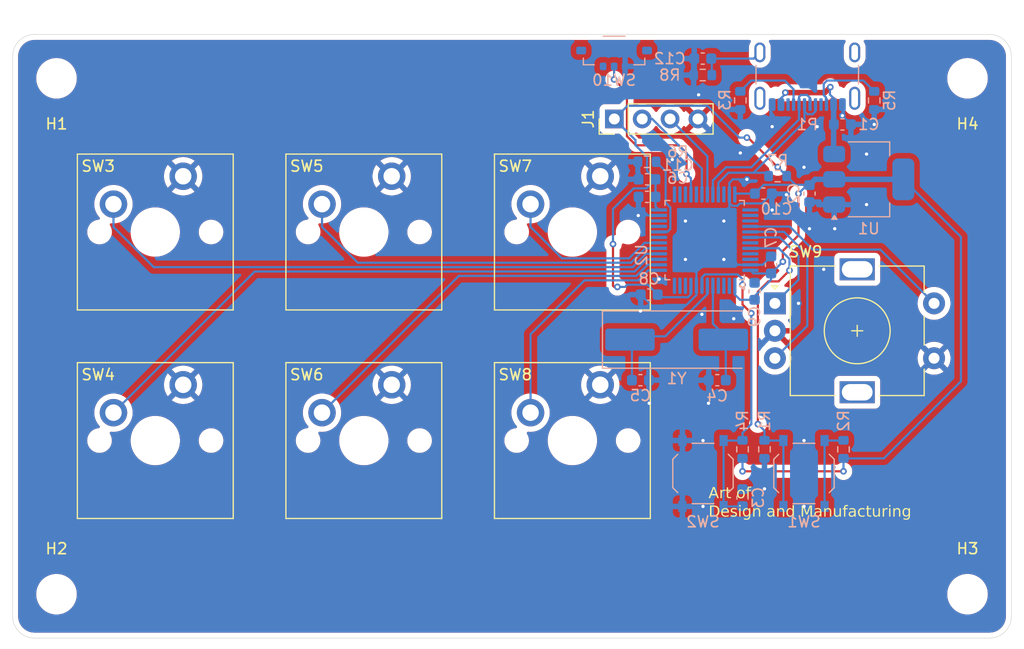
<source format=kicad_pcb>
(kicad_pcb (version 20241229) (generator "pcbnew") (generator_version "9.0")
  (layers (0 "F.Cu" signal) (2 "B.Cu" signal) (13 "F.Paste" user) (15 "B.Paste" user) (5 "F.SilkS" user "F.Silkscreen") (7 "B.SilkS" user "B.Silkscreen") (1 "F.Mask" user) (3 "B.Mask" user) (25 "Edge.Cuts" user))
  (net 0 "")
  (net 1 "+5V")
  (net 2 "GND")
  (net 3 "/D+")
  (net 4 "/D-")
  (net 5 "Net-(P1-SHIELD)")
  (net 6 "Net-(P1-CC2)")
  (net 7 "Net-(P1-CC1)")
  (net 8 "/NRST")
  (net 9 "Net-(U2-PD0)")
  (net 10 "Net-(U2-PD1)")
  (net 11 "+3.3V")
  (net 12 "/USART1_TX")
  (net 13 "/USART1_RX")
  (net 14 "Net-(R2-Pad1)")
  (net 15 "Net-(U2-PB2)")
  (net 16 "/BOOT0")
  (net 31 "/PB1")
  (net 32 "/PA4")
  (net 34 "/PB0")
  (net 39 "/PA5")
  (net 40 "/PA6")
  (net 42 "/PA7")
  (net 45 "/PA3")
  (net 46 "/PB5")
  (net 47 "/PB4")
  (net 48 "/PB6")
  (net 49 "/PB15")
  (footprint "MountingHole:MountingHole_3.2mm_M3" (layer "F.Cu") (at 74 115)
    (property "Reference" "H2")
    (property "Value" "MountingHole")
  )
  (footprint "PCM_Switch_Keyboard_Cherry_MX:SW_Cherry_MX_PCB_1.00u" (layer "F.Cu") (at 102 82)
    (property "Reference" "SW5")
    (property "Value" "SW_Push")
  )
  (footprint "Connector_PinHeader_2.54mm:PinHeader_1x04_P2.54mm_Vertical" (layer "F.Cu") (at 124.82 71.7 90)
    (property "Reference" "J1")
    (property "Value" "Serial")
  )
  (footprint "PCM_Switch_Keyboard_Cherry_MX:SW_Cherry_MX_PCB_1.00u" (layer "F.Cu") (at 121 101)
    (property "Reference" "SW8")
    (property "Value" "SW_Push")
  )
  (footprint "PCM_Switch_Keyboard_Cherry_MX:SW_Cherry_MX_PCB_1.00u" (layer "F.Cu") (at 83 101)
    (property "Reference" "SW4")
    (property "Value" "SW_Push")
  )
  (footprint "PCM_Switch_Keyboard_Cherry_MX:SW_Cherry_MX_PCB_1.00u" (layer "F.Cu") (at 83 82)
    (property "Reference" "SW3")
    (property "Value" "SW_Push")
  )
  (footprint "MountingHole:MountingHole_3.2mm_M3" (layer "F.Cu") (at 157 68 180)
    (property "Reference" "H4")
    (property "Value" "MountingHole")
  )
  (footprint "PCM_Switch_Keyboard_Cherry_MX:SW_Cherry_MX_PCB_1.00u" (layer "F.Cu") (at 121 82)
    (property "Reference" "SW7")
    (property "Value" "SW_Push")
  )
  (footprint "PCM_Switch_Keyboard_Cherry_MX:SW_Cherry_MX_PCB_1.00u" (layer "F.Cu") (at 102 101)
    (property "Reference" "SW6")
    (property "Value" "SW_Push")
  )
  (footprint "MountingHole:MountingHole_3.2mm_M3" (layer "F.Cu") (at 157 115)
    (property "Reference" "H3")
    (property "Value" "MountingHole")
  )
  (footprint "MountingHole:MountingHole_3.2mm_M3" (layer "F.Cu") (at 74 68 180)
    (property "Reference" "H1")
    (property "Value" "MountingHole")
  )
  (footprint "Rotary_Encoder:RotaryEncoder_Alps_EC11E-Switch_Vertical_H20mm" (layer "F.Cu") (at 139.45 88.5)
    (property "Reference" "SW9")
    (property "Value" "RotaryEncoder")
  )
  (footprint "Resistor_SMD:R_0603_1608Metric" (layer "B.Cu") (at 136.5 101.8 -90)
    (property "Reference" "R4")
    (property "Value" "10k")
  )
  (footprint "Button_Switch_SMD:SW_Push_1P1T_XKB_TS-1187A" (layer "B.Cu") (at 142.1 104 -90)
    (property "Reference" "SW1")
    (property "Value" "BOOT")
  )
  (footprint "Capacitor_SMD:C_0603_1608Metric" (layer "B.Cu") (at 137.6 87.4 90)
    (property "Reference" "C9")
    (property "Value" "0.1uF")
  )
  (footprint "Crystal:Crystal_SMD_HC49-SD" (layer "B.Cu") (at 130.5 91.8)
    (property "Reference" "Y1")
    (property "Value" "X49SM8MSD2SC")
  )
  (footprint "Capacitor_SMD:C_0603_1608Metric" (layer "B.Cu") (at 128 87.7 180)
    (property "Reference" "C8")
    (property "Value" "0.1uF")
  )
  (footprint "Resistor_SMD:R_0603_1608Metric" (layer "B.Cu") (at 148.5 70.01 -90)
    (property "Reference" "R5")
    (property "Value" "5.1k")
  )
  (footprint "Resistor_SMD:R_0603_1608Metric" (layer "B.Cu") (at 136.3 70.01 90)
    (property "Reference" "R3")
    (property "Value" "5.1k")
  )
  (footprint "Package_TO_SOT_SMD:SOT-223-3_TabPin2" (layer "B.Cu") (at 148 77.2)
    (property "Reference" "U1")
    (property "Value" "AMS1117-3.3")
  )
  (footprint "Capacitor_SMD:C_0603_1608Metric" (layer "B.Cu") (at 132.875 66.2 180)
    (property "Reference" "C12")
    (property "Value" "4.7uF")
  )
  (footprint "Capacitor_SMD:C_0603_1608Metric" (layer "B.Cu") (at 145.6 72.2)
    (property "Reference" "C1")
    (property "Value" "0.1uF")
  )
  (footprint "Capacitor_SMD:C_0603_1608Metric" (layer "B.Cu") (at 139.1 85 90)
    (property "Reference" "C7")
    (property "Value" "0.1uF")
  )
  (footprint "Resistor_SMD:R_0603_1608Metric" (layer "B.Cu") (at 127.8 75.6)
    (property "Reference" "R6")
    (property "Value" "10k")
  )
  (footprint "Resistor_SMD:R_0603_1608Metric" (layer "B.Cu") (at 145.7 101.8 -90)
    (property "Reference" "R2")
    (property "Value" "10k")
  )
  (footprint "Capacitor_SMD:C_0603_1608Metric" (layer "B.Cu") (at 134.2 95.5)
    (property "Reference" "C4")
    (property "Value" "30pF")
  )
  (footprint "Package_QFP:LQFP-48_7x7mm_P0.5mm" (layer "B.Cu") (at 133.05 82.7375 90)
    (property "Reference" "U2")
    (property "Value" "STM32F103C8Tx")
  )
  (footprint "Capacitor_SMD:C_0603_1608Metric" (layer "B.Cu") (at 127.8 78.8 180)
    (property "Reference" "C6")
    (property "Value" "0.1uF")
  )
  (footprint "Connector_USB:USB_C_Receptacle_GCT_USB4105-xx-A_16P_TopMnt_Horizontal" (layer "B.Cu") (at 142.4 66.71)
    (property "Reference" "P1")
    (property "Value" "USB_C_Plug_USB2.0")
  )
  (footprint "Resistor_SMD:R_0603_1608Metric" (layer "B.Cu") (at 139.7 76.9)
    (property "Reference" "R7")
    (property "Value" "1.5k")
  )
  (footprint "Capacitor_SMD:C_0603_1608Metric" (layer "B.Cu") (at 142.6 78.5 -90)
    (property "Reference" "C2")
    (property "Value" "0.1uF")
  )
  (footprint "Capacitor_SMD:C_0603_1608Metric" (layer "B.Cu") (at 136.5 106.2 90)
    (property "Reference" "C3")
    (property "Value" "0.1uF")
  )
  (footprint "Resistor_SMD:R_0603_1608Metric" (layer "B.Cu") (at 132.875 67.7 180)
    (property "Reference" "R8")
    (property "Value" "1M")
  )
  (footprint "Resistor_SMD:R_0603_1608Metric" (layer "B.Cu") (at 138.5 101.8 90)
    (property "Reference" "R1")
    (property "Value" "20k")
  )
  (footprint "Capacitor_SMD:C_0603_1608Metric" (layer "B.Cu") (at 127.2 95.5 180)
    (property "Reference" "C5")
    (property "Value" "30pF")
  )
  (footprint "Button_Switch_SMD:SW_Push_1P1T_XKB_TS-1187A" (layer "B.Cu") (at 132.9 104 90)
    (property "Reference" "SW2")
    (property "Value" "BOOT")
  )
  (footprint "Capacitor_SMD:C_0603_1608Metric" (layer "B.Cu") (at 127.8 77.2 180)
    (property "Reference" "C11")
    (property "Value" "4.7uF")
  )
  (footprint "Haru13579:SW_Push_1P1T-MP_NO_Horizontal_Alps_SSAJ120100" (layer "B.Cu") (at 124.8 65.4625)
    (property "Reference" "SW10")
    (property "Value" "SW_SPDT")
  )
  (footprint "Capacitor_SMD:C_0603_1608Metric" (layer "B.Cu") (at 138.4 78.5)
    (property "Reference" "C10")
    (property "Value" "0.1uF")
  )
  (gr_line (start 70 117) (end 70 66) (stroke (width 0.05)) (layer "Edge.Cuts"))
  (gr_arc (start 70 66) (mid 70.585786 64.585786) (end 72 64) (stroke (width 0.05)) (layer "Edge.Cuts"))
  (gr_arc (start 159 64) (mid 160.414214 64.585786) (end 161 66) (stroke (width 0.05)) (layer "Edge.Cuts"))
  (gr_line (start 72 64) (end 159 64) (stroke (width 0.05)) (layer "Edge.Cuts"))
  (gr_arc (start 161 117) (mid 160.414214 118.414214) (end 159 119) (stroke (width 0.05)) (layer "Edge.Cuts"))
  (gr_arc (start 72 119) (mid 70.585786 118.414214) (end 70 117) (stroke (width 0.05)) (layer "Edge.Cuts"))
  (gr_line (start 159 119) (end 72 119) (stroke (width 0.05)) (layer "Edge.Cuts"))
  (gr_line (start 161 66) (end 161 117) (stroke (width 0.05)) (layer "Edge.Cuts"))
  (gr_text "Art of\nDesign and Manufacturing" (at 133.4 108.1 0) (layer "F.SilkS") (effects (font (size 1 1) (thickness 0.1)) (justify left bottom)))
  (segment (start 144 69.3) (end 140.4 69.3) (width 0.5) (layer "F.Cu") (net 1))
  (segment (start 144.5 68.8) (end 144 69.3) (width 0.5) (layer "F.Cu") (net 1))
  (via (at 140.4 69.3) (size 0.6) (drill 0.3) (layers "F.Cu" "B.Cu") (net 1))
  (via (at 144.5 68.8) (size 0.6) (drill 0.3) (layers "F.Cu" "B.Cu") (net 1))
  (segment (start 144.464 69.479001) (end 144.8 69.815001) (width 0.2) (layer "B.Cu") (net 1))
  (segment (start 140 69.815001) (end 140.4 69.415001) (width 0.2) (layer "B.Cu") (net 1))
  (segment (start 140 70.39) (end 140 69.815001) (width 0.2) (layer "B.Cu") (net 1))
  (segment (start 144.5 68.8) (end 144.464 68.836) (width 0.5) (layer "B.Cu") (net 1))
  (segment (start 144.8 69.815001) (end 144.8 70.39) (width 0.2) (layer "B.Cu") (net 1))
  (segment (start 140.4 69.415001) (end 140.4 69.3) (width 0.2) (layer "B.Cu") (net 1))
  (segment (start 144.464 68.836) (end 144.464 69.479001) (width 0.2) (layer "B.Cu") (net 1))
  (segment (start 144.8 70.39) (end 144.8 74.85) (width 0.5) (layer "B.Cu") (net 1))
  (segment (start 144.8 74.85) (end 144.85 74.9) (width 0.2) (layer "B.Cu") (net 1))
  (segment (start 139.45 91) (end 141.8 91) (width 0.5) (layer "F.Cu") (net 2))
  (via (at 134.8 81) (size 0.6) (drill 0.3) (layers "F.Cu" "B.Cu") (net 2))
  (via (at 139.2 72.4) (size 0.6) (drill 0.3) (layers "F.Cu" "B.Cu") (net 2))
  (via (at 132.8 89.5) (size 0.6) (drill 0.3) (layers "F.Cu" "B.Cu") (net 2))
  (via (at 142.1 107) (size 0.6) (drill 0.3) (layers "F.Cu" "B.Cu") (net 2))
  (via (at 140.5 78.6) (size 0.6) (drill 0.3) (layers "F.Cu" "B.Cu") (net 2))
  (via (at 138.5 105.4) (size 0.6) (drill 0.3) (layers "F.Cu" "B.Cu") (net 2))
  (via (at 142.1 76.1) (size 0.6) (drill 0.3) (layers "F.Cu" "B.Cu") (net 2))
  (via (at 144.9 81.7) (size 0.6) (drill 0.3) (layers "F.Cu" "B.Cu") (net 2))
  (via (at 135.7 89.9) (size 0.6) (drill 0.3) (layers "F.Cu" "B.Cu") (net 2))
  (via (at 132.5 69.5) (size 0.6) (drill 0.3) (layers "F.Cu" "B.Cu") (net 2))
  (via (at 128 97.6) (size 0.6) (drill 0.3) (layers "F.Cu" "B.Cu") (net 2))
  (via (at 145.6 71.4) (size 0.6) (drill 0.3) (layers "F.Cu" "B.Cu") (net 2))
  (via (at 132.9 101) (size 0.6) (drill 0.3) (layers "F.Cu" "B.Cu") (net 2))
  (via (at 127.2 89.2) (size 0.6) (drill 0.3) (layers "F.Cu" "B.Cu") (net 2))
  (via (at 142.1 101) (size 0.6) (drill 0.3) (layers "F.Cu" "B.Cu") (net 2))
  (via (at 136.9 77.2) (size 0.6) (drill 0.3) (layers "F.Cu" "B.Cu") (net 2))
  (via (at 127 80.5) (size 0.6) (drill 0.3) (layers "F.Cu" "B.Cu") (net 2))
  (via (at 132.9 107) (size 0.6) (drill 0.3) (layers "F.Cu" "B.Cu") (net 2))
  (via (at 130.1 75.4) (size 0.6) (drill 0.3) (layers "F.Cu" "B.Cu") (net 2))
  (via (at 147.8 79.5) (size 0.6) (drill 0.3) (layers "F.Cu" "B.Cu") (net 2))
  (via (at 136.3 74.8) (size 0.6) (drill 0.3) (layers "F.Cu" "B.Cu") (net 2))
  (via (at 131.3 84.5) (size 0.6) (drill 0.3) (layers "F.Cu" "B.Cu") (net 2))
  (via (at 143.3 72.4) (size 0.6) (drill 0.3) (layers "F.Cu" "B.Cu") (net 2))
  (via (at 147.8 74.9) (size 0.6) (drill 0.3) (layers "F.Cu" "B.Cu") (net 2))
  (via (at 133.4 97.6) (size 0.6) (drill 0.3) (layers "F.Cu" "B.Cu") (net 2))
  (via (at 134.8 84.5) (size 0.6) (drill 0.3) (layers "F.Cu" "B.Cu") (net 2))
  (via (at 139.2 80) (size 0.6) (drill 0.3) (layers "F.Cu" "B.Cu") (net 2))
  (via (at 128.9 86.3) (size 0.6) (drill 0.3) (layers "F.Cu" "B.Cu") (net 2))
  (via (at 141.6 88.5) (size 0.6) (drill 0.3) (layers "F.Cu" "B.Cu") (net 2))
  (via (at 143.9 85.4) (size 0.6) (drill 0.3) (layers "F.Cu" "B.Cu") (net 2))
  (via (at 131.3 81) (size 0.6) (drill 0.3) (layers "F.Cu" "B.Cu") (net 2))
  (via (at 142.6 81.7) (size 0.6) (drill 0.3) (layers "F.Cu" "B.Cu") (net 2))
  (via (at 148.5 72.2) (size 0.6) (drill 0.3) (layers "F.Cu" "B.Cu") (net 2))
  (segment (start 146.375 72.2) (end 146.375 72.175) (width 0.2) (layer "B.Cu") (net 2))
  (segment (start 136.032824 79.6135) (end 136.251 79.395324) (width 0.2) (layer "B.Cu") (net 2))
  (segment (start 135.3 78.575) (end 135.3 79.9) (width 0.2) (layer "B.Cu") (net 2))
  (segment (start 137.2125 84.9875) (end 135.7125 84.9875) (width 0.2) (layer "B.Cu") (net 2))
  (segment (start 138.3375 84.9875) (end 139.1 84.225) (width 0.2) (layer "B.Cu") (net 2))
  (segment (start 132.3 86.9) (end 132.3 87.738424) (width 0.2) (layer "B.Cu") (net 2))
  (segment (start 127.8875 80.4875) (end 128.8875 80.4875) (width 0.2) (layer "B.Cu") (net 2))
  (segment (start 137.2125 84.9875) (end 138.3375 84.9875) (width 0.2) (layer "B.Cu") (net 2))
  (segment (start 135.3 77.520177) (end 135.3 78.575) (width 0.2) (layer "B.Cu") (net 2))
  (segment (start 127.025 78.8) (end 127.025 79.625) (width 0.2) (layer "B.Cu") (net 2))
  (segment (start 136.9 77.2) (end 135.620177 77.2) (width 0.2) (layer "B.Cu") (net 2))
  (segment (start 146.375 72.175) (end 145.6 71.4) (width 0.2) (layer "B.Cu") (net 2))
  (segment (start 135.3 79.346324) (end 135.567176 79.6135) (width 0.2) (layer "B.Cu") (net 2))
  (segment (start 138.279676 79.395324) (end 139.175 78.5) (width 0.2) (layer "B.Cu") (net 2))
  (segment (start 136.251 79.395324) (end 138.279676 79.395324) (width 0.2) (layer "B.Cu") (net 2))
  (segment (start 132.3 86.9) (end 132.3 85.3) (width 0.2) (layer "B.Cu") (net 2))
  (segment (start 135.567176 79.6135) (end 136.032824 79.6135) (width 0.2) (layer "B.Cu") (net 2))
  (segment (start 135.620177 77.2) (end 135.3 77.520177) (width 0.2) (layer "B.Cu") (net 2))
  (segment (start 132.3 87.738424) (end 131.338424 88.7) (width 0.2) (layer "B.Cu") (net 2))
  (segment (start 131.025 107) (end 131.025 101) (width 0.2) (layer "B.Cu") (net 2))
  (segment (start 131.338424 88.7) (end 128.225 88.7) (width 0.2) (layer "B.Cu") (net 2))
  (segment (start 145.6 70.39) (end 145.6 71.4) (width 0.2) (layer "B.Cu") (net 2))
  (segment (start 128.225 88.7) (end 127.225 87.7) (width 0.2) (layer "B.Cu") (net 2))
  (segment (start 135.3 78.575) (end 135.3 79.346324) (width 0.2) (layer "B.Cu") (net 2))
  (segment (start 144.95 79.5) (end 144.85 79.5) (width 0.2) (layer "B.Cu") (net 2))
  (segment (start 127.025 79.625) (end 127.8875 80.4875) (width 0.2) (layer "B.Cu") (net 2))
  (segment (start 142.417176 71.266) (end 142.15 70.998824) (width 0.2) (layer "B.Cu") (net 3))
  (segment (start 138.575 76.6) (end 137.5 76.6) (width 0.2) (layer "B.Cu") (net 3))
  (segment (start 142.15 71.95) (end 137.5 76.6) (width 0.2) (layer "B.Cu") (net 3))
  (segment (start 135.211117 76.6) (end 134.3 77.511117) (width 0.2) (layer "B.Cu") (net 3))
  (segment (start 142.882824 71.266) (end 142.417176 71.266) (width 0.2) (layer "B.Cu") (net 3))
  (segment (start 142.15 70.998824) (end 142.15 70.39) (width 0.2) (layer "B.Cu") (net 3))
  (segment (start 143.15 70.998824) (end 142.882824 71.266) (width 0.2) (layer "B.Cu") (net 3))
  (segment (start 134.3 77.511117) (end 134.3 78.575) (width 0.2) (layer "B.Cu") (net 3))
  (segment (start 137.5 76.6) (end 135.211117 76.6) (width 0.2) (layer "B.Cu") (net 3))
  (segment (start 143.15 70.39) (end 143.15 70.998824) (width 0.2) (layer "B.Cu") (net 3))
  (segment (start 138.875 76.9) (end 138.575 76.6) (width 0.2) (layer "B.Cu") (net 3))
  (segment (start 142.15 70.39) (end 142.15 71.95) (width 0.2) (layer "B.Cu") (net 3))
  (segment (start 141.819176 69.514) (end 141.65 69.683176) (width 0.2) (layer "B.Cu") (net 4))
  (segment (start 142.65 69.781176) (end 142.382824 69.514) (width 0.2) (layer "B.Cu") (net 4))
  (segment (start 141.65 69.683176) (end 141.65 70.39) (width 0.2) (layer "B.Cu") (net 4))
  (segment (start 142.382824 69.514) (end 141.819176 69.514) (width 0.2) (layer "B.Cu") (net 4))
  (segment (start 141.65 71.75) (end 137.3 76.1) (width 0.2) (layer "B.Cu") (net 4))
  (segment (start 133.8 77.3) (end 133.8 78.575) (width 0.2) (layer "B.Cu") (net 4))
  (segment (start 142.65 70.39) (end 142.65 69.781176) (width 0.2) (layer "B.Cu") (net 4))
  (segment (start 135 76.1) (end 133.8 77.3) (width 0.2) (layer "B.Cu") (net 4))
  (segment (start 137.3 76.1) (end 135 76.1) (width 0.2) (layer "B.Cu") (net 4))
  (segment (start 141.65 70.39) (end 141.65 71.75) (width 0.2) (layer "B.Cu") (net 4))
  (segment (start 133.7 66.25) (end 133.65 66.2) (width 0.2) (layer "B.Cu") (net 5))
  (segment (start 137.515 66.2) (end 133.65 66.2) (width 0.2) (layer "B.Cu") (net 5))
  (segment (start 133.7 67.7) (end 133.7 66.25) (width 0.2) (layer "B.Cu") (net 5))
  (segment (start 138.08 65.635) (end 137.515 66.2) (width 0.2) (layer "B.Cu") (net 5))
  (segment (start 144.15 70.39) (end 144.101 70.341) (width 0.2) (layer "B.Cu") (net 6))
  (segment (start 144.101 70.341) (end 144.101 69.732176) (width 0.2) (layer "B.Cu") (net 6))
  (segment (start 143.9 69.531176) (end 143.9 68.5) (width 0.2) (layer "B.Cu") (net 6))
  (segment (start 143.9 68.5) (end 144.2 68.2) (width 0.2) (layer "B.Cu") (net 6))
  (segment (start 144.2 68.2) (end 147.515 68.2) (width 0.2) (layer "B.Cu") (net 6))
  (segment (start 144.101 69.732176) (end 143.9 69.531176) (width 0.2) (layer "B.Cu") (net 6))
  (segment (start 147.515 68.2) (end 148.5 69.185) (width 0.2) (layer "B.Cu") (net 6))
  (segment (start 141.15 69.002183) (end 141.15 70.39) (width 0.2) (layer "B.Cu") (net 7))
  (segment (start 136.3 69.185) (end 137.285 68.2) (width 0.2) (layer "B.Cu") (net 7))
  (segment (start 140.347817 68.2) (end 141.15 69.002183) (width 0.2) (layer "B.Cu") (net 7))
  (segment (start 137.285 68.2) (end 140.347817 68.2) (width 0.2) (layer "B.Cu") (net 7))
  (segment (start 137.3 89.4) (end 136.5 88.6) (width 0.2) (layer "F.Cu") (net 8))
  (segment (start 136.5 88.6) (end 136.5 86.8) (width 0.2) (layer "F.Cu") (net 8))
  (via (at 136.5 86.8) (size 0.6) (drill 0.3) (layers "F.Cu" "B.Cu") (net 8))
  (via (at 137.3 89.4) (size 0.6) (drill 0.3) (layers "F.Cu" "B.Cu") (net 8))
  (segment (start 135.564338 85.864338) (end 135.5615 85.8615) (width 0.2) (layer "B.Cu") (net 8))
  (segment (start 136.5 100.3) (end 136.5 100.975) (width 0.2) (layer "B.Cu") (net 8))
  (segment (start 134.775 107) (end 136.425 107) (width 0.2) (layer "B.Cu") (net 8))
  (segment (start 136.5 86.8) (end 136.5 86.3) (width 0.2) (layer "B.Cu") (net 8))
  (segment (start 136.425 107) (end 136.5 107.075) (width 0.2) (layer "B.Cu") (net 8))
  (segment (start 135.5615 85.8615) (end 133.067176 85.8615) (width 0.2) (layer "B.Cu") (net 8))
  (segment (start 132.8 86.128676) (end 132.8 86.9) (width 0.2) (layer "B.Cu") (net 8))
  (segment (start 136.5 100.975) (end 136.625 100.975) (width 0.2) (layer "B.Cu") (net 8))
  (segment (start 136.8 100) (end 136.5 100.3) (width 0.2) (layer "B.Cu") (net 8))
  (segment (start 136.0615 85.8615) (end 135.567176 85.8615) (width 0.2) (layer "B.Cu") (net 8))
  (segment (start 137.3 99.5) (end 136.8 100) (width 0.2) (layer "B.Cu") (net 8))
  (segment (start 137.3 89.4) (end 137.3 99.5) (width 0.2) (layer "B.Cu") (net 8))
  (segment (start 133.067176 85.8615) (end 132.8 86.128676) (width 0.2) (layer "B.Cu") (net 8))
  (segment (start 134.775 107) (end 134.775 101) (width 0.2) (layer "B.Cu") (net 8))
  (segment (start 135.567176 85.8615) (end 135.564338 85.864338) (width 0.2) (layer "B.Cu") (net 8))
  (segment (start 136.5 86.3) (end 136.0615 85.8615) (width 0.2) (layer "B.Cu") (net 8))
  (segment (start 134.775 101) (end 136.375 101) (width 0.2) (layer "B.Cu") (net 8))
  (segment (start 134.975 95.5) (end 134.975 91.525) (width 0.2) (layer "B.Cu") (net 9))
  (segment (start 133.8 90.35) (end 133.8 86.9) (width 0.2) (layer "B.Cu") (net 9))
  (segment (start 134.975 91.525) (end 133.8 90.35) (width 0.2) (layer "B.Cu") (net 9))
  (segment (start 126.45 91.5) (end 126.45 91.95) (width 0.2) (layer "B.Cu") (net 10))
  (segment (start 129.471324 91.5) (end 126.45 91.5) (width 0.2) (layer "B.Cu") (net 10))
  (segment (start 126.45 91.95) (end 126.425 91.975) (width 0.2) (layer "B.Cu") (net 10))
  (segment (start 133.3 87.671324) (end 129.471324 91.5) (width 0.2) (layer "B.Cu") (net 10))
  (segment (start 126.425 91.975) (end 126.425 95.5) (width 0.2) (layer "B.Cu") (net 10))
  (segment (start 133.3 86.9) (end 133.3 87.671324) (width 0.2) (layer "B.Cu") (net 10))
  (segment (start 137 73.4) (end 139.680047 76.080047) (width 0.2) (layer "F.Cu") (net 11))
  (segment (start 145.7 103.8) (end 136.5 103.8) (width 0.2) (layer "F.Cu") (net 11))
  (segment (start 139.680047 76.080047) (end 139.705047 76.080047) (width 0.2) (layer "F.Cu") (net 11))
  (segment (start 124.7 83.1) (end 124.7 86.9) (width 0.2) (layer "F.Cu") (net 11))
  (segment (start 124.7 86.9) (end 124.802 87.002) (width 0.2) (layer "F.Cu") (net 11))
  (segment (start 140.175 83.725) (end 141.6 82.3) (width 0.2) (layer "F.Cu") (net 11))
  (segment (start 136.9 73.4) (end 137 73.4) (width 0.2) (layer "F.Cu") (net 11))
  (segment (start 124.802 87.002) (end 125.1 87.002) (width 0.2) (layer "F.Cu") (net 11))
  (segment (start 140.175 84.7) (end 140.175 83.725) (width 0.2) (layer "F.Cu") (net 11))
  (segment (start 141.6 82.3) (end 141.6 78.5) (width 0.2) (layer "F.Cu") (net 11))
  (via (at 140.175 84.7) (size 0.6) (drill 0.3) (layers "F.Cu" "B.Cu") (net 11))
  (via (at 139.705047 76.080047) (size 0.6) (drill 0.3) (layers "F.Cu" "B.Cu") (net 11))
  (via (at 145.7 103.8) (size 0.6) (drill 0.3) (layers "F.Cu" "B.Cu") (net 11))
  (via (at 136.9 73.4) (size 0.6) (drill 0.3) (layers "F.Cu" "B.Cu") (net 11))
  (via (at 124.7 83.1) (size 0.6) (drill 0.3) (layers "F.Cu" "B.Cu") (net 11))
  (via (at 141.6 78.5) (size 0.6) (drill 0.3) (layers "F.Cu" "B.Cu") (net 11))
  (via (at 125.1 87.002) (size 0.6) (drill 0.3) (layers "F.Cu" "B.Cu") (net 11))
  (via (at 136.5 103.8) (size 0.6) (drill 0.3) (layers "F.Cu" "B.Cu") (net 11))
  (segment (start 141.325 77.7) (end 138.425 77.7) (width 0.2) (layer "B.Cu") (net 11))
  (segment (start 127.8 76.425) (end 128.575 77.2) (width 0.2) (layer "B.Cu") (net 11))
  (segment (start 126.75 73.63) (end 126.75 74.1) (width 0.2) (layer "B.Cu") (net 11))
  (segment (start 128.575 77.2) (end 128.575 78.8) (width 0.2) (layer "B.Cu") (net 11))
  (segment (start 141.25 77.625) (end 141.325 77.7) (width 0.2) (layer "B.Cu") (net 11))
  (segment (start 156.4 82.45) (end 151.15 77.2) (width 0.2) (layer "B.Cu") (net 11))
  (segment (start 133.3 70.5) (end 126.02 70.5) (width 0.2) (layer "B.Cu") (net 11))
  (segment (start 131.8 87.671324) (end 131.8 86.9) (width 0.2) (layer "B.Cu") (net 11))
  (segment (start 145.7 102.625) (end 149.375 102.625) (width 0.2) (layer "B.Cu") (net 11))
  (segment (start 124.7 83.1) (end 124.7 79.89989) (width 0.2) (layer "B.Cu") (net 11))
  (segment (start 129.0135 87.9385) (end 131.532824 87.9385) (width 0.2) (layer "B.Cu") (net 11))
  (segment (start 139.1 85.775) (end 137.6 85.775) (width 0.2) (layer "B.Cu") (net 11))
  (segment (start 127.8 75.15) (end 127.8 76.425) (width 0.2) (layer "B.Cu") (net 11))
  (segment (start 138.425 77.7) (end 137.625 78.5) (width 0.2) (layer "B.Cu") (net 11))
  (segment (start 128.575 78.8) (end 128.575 79.675) (width 0.2) (layer "B.Cu") (net 11))
  (segment (start 139.1 86.35011) (end 139.1 85.775) (width 0.2) (layer "B.Cu") (net 11))
  (segment (start 142.575 77.7) (end 142.6 77.725) (width 0.2) (layer "B.Cu") (net 11))
  (segment (start 139.705047 76.080047) (end 141.25 77.625) (width 0.2) (layer "B.Cu") (net 11))
  (segment (start 136.275 88.175) (end 137.6 88.175) (width 0.2) (layer "B.Cu") (net 11))
  (segment (start 135.875 78.5) (end 135.8 78.575) (width 0.2) (layer "B.Cu") (net 11))
  (segment (start 145.7 102.625) (end 145.7 103.8) (width 0.2) (layer "B.Cu") (net 11))
  (segment (start 137.5 85.775) (end 137.2125 85.4875) (width 0.2) (layer "B.Cu") (net 11))
  (segment (start 124.7 79.89989) (end 126.57589 78.024) (width 0.2) (layer "B.Cu") (net 11))
  (segment (start 126.75 74.1) (end 127.8 75.15) (width 0.2) (layer "B.Cu") (net 11))
  (segment (start 125.1 87.002) (end 125.798 87.002) (width 0.2) (layer "B.Cu") (net 11))
  (segment (start 136.9 73.4) (end 136.2 73.4) (width 0.2) (layer "B.Cu") (net 11))
  (segment (start 135.8 87.7) (end 136.275 88.175) (width 0.2) (layer "B.Cu") (net 11))
  (segment (start 142.375 77.725) (end 141.6 78.5) (width 0.2) (layer "B.Cu") (net 11))
  (segment (start 128.775 87.7) (end 129.0135 87.9385) (width 0.2) (layer "B.Cu") (net 11))
  (segment (start 156.4 95.6) (end 156.4 82.45) (width 0.2) (layer "B.Cu") (net 11))
  (segment (start 149.375 102.625) (end 156.4 95.6) (width 0.2) (layer "B.Cu") (net 11))
  (segment (start 126.57589 78.024) (end 127.751 78.024) (width 0.2) (layer "B.Cu") (net 11))
  (segment (start 131.532824 87.9385) (end 131.8 87.671324) (width 0.2) (layer "B.Cu") (net 11))
  (segment (start 125.997 86.803) (end 127.878 86.803) (width 0.2) (layer "B.Cu") (net 11))
  (segment (start 142.6 77.725) (end 142.375 77.725) (width 0.2) (layer "B.Cu") (net 11))
  (segment (start 124.82 71.7) (end 126.75 73.63) (width 0.2) (layer "B.Cu") (net 11))
  (segment (start 143.125 77.2) (end 142.6 77.725) (width 0.5) (layer "B.Cu") (net 11))
  (segment (start 136.2 73.4) (end 133.3 70.5) (width 0.2) (layer "B.Cu") (net 11))
  (segment (start 127.878 86.803) (end 128.775 87.7) (width 0.2) (layer "B.Cu") (net 11))
  (segment (start 141.325 77.7) (end 142.575 77.7) (width 0.2) (layer "B.Cu") (net 11))
  (segment (start 125.798 87.002) (end 125.997 86.803) (width 0.2) (layer "B.Cu") (net 11))
  (segment (start 137.6 87.85011) (end 139.1 86.35011) (width 0.2) (layer "B.Cu") (net 11))
  (segment (start 140.175 84.7) (end 139.1 85.775) (width 0.2) (layer "B.Cu") (net 11))
  (segment (start 137.6 88.175) (end 137.6 87.85011) (width 0.2) (layer "B.Cu") (net 11))
  (segment (start 127.751 78.024) (end 128.575 77.2) (width 0.2) (layer "B.Cu") (net 11))
  (segment (start 135.8 86.9) (end 135.8 87.7) (width 0.2) (layer "B.Cu") (net 11))
  (segment (start 126.02 70.5) (end 124.82 71.7) (width 0.2) (layer "B.Cu") (net 11))
  (segment (start 137.6 85.775) (end 137.5 85.775) (width 0.2) (layer "B.Cu") (net 11))
  (segment (start 128.575 79.675) (end 128.8875 79.9875) (width 0.2) (layer "B.Cu") (net 11))
  (segment (start 136.5 103.8) (end 136.5 102.625) (width 0.2) (layer "B.Cu") (net 11))
  (segment (start 137.625 78.5) (end 135.875 78.5) (width 0.2) (layer "B.Cu") (net 11))
  (segment (start 151.15 77.2) (end 143.125 77.2) (width 0.5) (layer "B.Cu") (net 11))
  (segment (start 128.27224 71.7) (end 132.8 76.22776) (width 0.2) (layer "B.Cu") (net 12))
  (segment (start 127.36 71.7) (end 128.27224 71.7) (width 0.2) (layer "B.Cu") (net 12))
  (segment (start 132.8 76.22776) (end 132.8 78.575) (width 0.2) (layer "B.Cu") (net 12))
  (segment (start 129.9 71.7) (end 133.3 75.1) (width 0.2) (layer "B.Cu") (net 13))
  (segment (start 133.3 75.1) (end 133.3 78.575) (width 0.2) (layer "B.Cu") (net 13))
  (segment (start 145.575 101) (end 145.7 100.875) (width 0.2) (layer "B.Cu") (net 14))
  (segment (start 143.975 101) (end 145.575 101) (width 0.2) (layer "B.Cu") (net 14))
  (segment (start 143.975 101) (end 143.975 107) (width 0.2) (layer "B.Cu") (net 14))
  (segment (start 129.5 76.475) (end 129.5 79.328676) (width 0.2) (layer "B.Cu") (net 15))
  (segment (start 129.926 79.754676) (end 129.926 81.720324) (width 0.2) (layer "B.Cu") (net 15))
  (segment (start 129.5 79.328676) (end 129.926 79.754676) (width 0.2) (layer "B.Cu") (net 15))
  (segment (start 129.926 81.720324) (end 129.658824 81.9875) (width 0.2) (layer "B.Cu") (net 15))
  (segment (start 128.625 75.6) (end 129.5 76.475) (width 0.2) (layer "B.Cu") (net 15))
  (segment (start 129.658824 81.9875) (end 128.8875 81.9875) (width 0.2) (layer "B.Cu") (net 15))
  (segment (start 137.9 99.5) (end 137.9 87.448) (width 0.2) (layer "F.Cu") (net 16))
  (segment (start 137.9 87.448) (end 138.848 86.5) (width 0.2) (layer "F.Cu") (net 16))
  (segment (start 139.776 86.5) (end 140.776 85.5) (width 0.2) (layer "F.Cu") (net 16))
  (segment (start 138.848 86.5) (end 139.776 86.5) (width 0.2) (layer "F.Cu") (net 16))
  (via (at 140.776 85.5) (size 0.6) (drill 0.3) (layers "F.Cu" "B.Cu") (net 16))
  (via (at 137.9 99.5) (size 0.6) (drill 0.3) (layers "F.Cu" "B.Cu") (net 16))
  (segment (start 140.225 101) (end 140.225 107) (width 0.2) (layer "B.Cu") (net 16))
  (segment (start 140.776 85.5) (end 140.776 84.451057) (width 0.2) (layer "B.Cu") (net 16))
  (segment (start 140.776 84.451057) (end 139.798943 83.474) (width 0.2) (layer "B.Cu") (net 16))
  (segment (start 139.798943 83.474) (end 137.226 83.474) (width 0.2) (layer "B.Cu") (net 16))
  (segment (start 137.9 99.5) (end 138.5 100.1) (width 0.2) (layer "B.Cu") (net 16))
  (segment (start 137.2125 83.4875) (end 137.983824 83.4875) (width 0.2) (layer "B.Cu") (net 16))
  (segment (start 140.225 101) (end 138.625 101) (width 0.2) (layer "B.Cu") (net 16))
  (segment (start 138.5 100.1) (end 138.5 100.975) (width 0.2) (layer "B.Cu") (net 16))
  (segment (start 137.226 83.474) (end 137.2125 83.4875) (width 0.2) (layer "B.Cu") (net 16))
  (segment (start 128.8875 84.9875) (end 127.8454 84.9875) (width 0.2) (layer "B.Cu") (net 32))
  (segment (start 127.8454 84.9875) (end 126.8319 86.001) (width 0.2) (layer "B.Cu") (net 32))
  (segment (start 110.649 86.001) (end 98.19 98.46) (width 0.2) (layer "B.Cu") (net 32))
  (segment (start 126.8319 86.001) (end 110.649 86.001) (width 0.2) (layer "B.Cu") (net 32))
  (segment (start 127.577 82.9875) (end 128.8875 82.9875) (width 0.2) (layer "B.Cu") (net 34))
  (segment (start 126.1675 84.397) (end 127.577 82.9875) (width 0.2) (layer "B.Cu") (net 34))
  (segment (start 117.19 81.536174) (end 120.050826 84.397) (width 0.2) (layer "B.Cu") (net 34))
  (segment (start 120.050826 84.397) (end 126.1675 84.397) (width 0.2) (layer "B.Cu") (net 34))
  (segment (start 117.19 79.46) (end 117.19 81.536174) (width 0.2) (layer "B.Cu") (net 34))
  (segment (start 92.05 85.6) (end 79.19 98.46) (width 0.2) (layer "B.Cu") (net 39))
  (segment (start 126.6658 85.6) (end 92.05 85.6) (width 0.2) (layer "B.Cu") (net 39))
  (segment (start 128.8875 84.4875) (end 127.7783 84.4875) (width 0.2) (layer "B.Cu") (net 39))
  (segment (start 127.7783 84.4875) (end 126.6658 85.6) (width 0.2) (layer "B.Cu") (net 39))
  (segment (start 79.19 81.536174) (end 79.19 79.46) (width 0.2) (layer "B.Cu") (net 40))
  (segment (start 127.711202 83.9875) (end 126.499702 85.199) (width 0.2) (layer "B.Cu") (net 40))
  (segment (start 82.852826 85.199) (end 79.19 81.536174) (width 0.2) (layer "B.Cu") (net 40))
  (segment (start 126.499702 85.199) (end 82.852826 85.199) (width 0.2) (layer "B.Cu") (net 40))
  (segment (start 128.8875 83.9875) (end 127.711202 83.9875) (width 0.2) (layer "B.Cu") (net 40))
  (segment (start 98.19 79.46) (end 98.19 81.536174) (width 0.2) (layer "B.Cu") (net 42))
  (segment (start 98.19 81.536174) (end 101.451826 84.798) (width 0.2) (layer "B.Cu") (net 42))
  (segment (start 126.3336 84.798) (end 127.6441 83.4875) (width 0.2) (layer "B.Cu") (net 42))
  (segment (start 127.6441 83.4875) (end 128.8875 83.4875) (width 0.2) (layer "B.Cu") (net 42))
  (segment (start 101.451826 84.798) (end 126.3336 84.798) (width 0.2) (layer "B.Cu") (net 42))
  (segment (start 117.19 91.31) (end 122.098 86.402) (width 0.2) (layer "B.Cu") (net 45))
  (segment (start 126.998 86.402) (end 127.9 85.5) (width 0.2) (layer "B.Cu") (net 45))
  (segment (start 127.9 85.5) (end 128.875 85.5) (width 0.2) (layer "B.Cu") (net 45))
  (segment (start 122.098 86.402) (end 126.998 86.402) (width 0.2) (layer "B.Cu") (net 45))
  (segment (start 128.875 85.5) (end 128.8875 85.4875) (width 0.2) (layer "B.Cu") (net 45))
  (segment (start 117.19 98.46) (end 117.19 91.31) (width 0.2) (layer "B.Cu") (net 45))
  (segment (start 140.2875 81.9875) (end 142.4 84.1) (width 0.2) (layer "B.Cu") (net 46))
  (segment (start 137.2125 81.9875) (end 140.2875 81.9875) (width 0.2) (layer "B.Cu") (net 46))
  (segment (start 142.4 84.1) (end 142.4 90.55) (width 0.2) (layer "B.Cu") (net 46))
  (segment (start 142.4 90.55) (end 139.45 93.5) (width 0.2) (layer "B.Cu") (net 46))
  (segment (start 137.2125 81.4875) (end 137.225 81.5) (width 0.2) (layer "B.Cu") (net 47))
  (segment (start 142.9 83.6) (end 149.05 83.6) (width 0.2) (layer "B.Cu") (net 47))
  (segment (start 137.225 81.5) (end 140.8 81.5) (width 0.2) (layer "B.Cu") (net 47))
  (segment (start 140.8 81.5) (end 142.9 83.6) (width 0.2) (layer "B.Cu") (net 47))
  (segment (start 149.05 83.6) (end 153.95 88.5) (width 0.2) (layer "B.Cu") (net 47))
  (segment (start 139.8875 82.4875) (end 141.6 84.2) (width 0.2) (layer "B.Cu") (net 48))
  (segment (start 141.6 86.35) (end 139.45 88.5) (width 0.2) (layer "B.Cu") (net 48))
  (segment (start 137.2125 82.4875) (end 139.8875 82.4875) (width 0.2) (layer "B.Cu") (net 48))
  (segment (start 141.6 84.2) (end 141.6 86.35) (width 0.2) (layer "B.Cu") (net 48))
  (segment (start 126.8 74.1) (end 125.971 73.271) (width 0.2) (layer "F.Cu") (net 49))
  (segment (start 125.971 69.271) (end 124.8 68.1) (width 0.2) (layer "F.Cu") (net 49))
  (segment (start 131.4 76.7) (end 131.4 74.8) (width 0.2) (layer "F.Cu") (net 49))
  (segment (start 131.4 74.8) (end 130.7 74.1) (width 0.2) (layer "F.Cu") (net 49))
  (segment (start 130.7 74.1) (end 126.8 74.1) (width 0.2) (layer "F.Cu") (net 49))
  (segment (start 125.971 73.271) (end 125.971 69.271) (width 0.2) (layer "F.Cu") (net 49))
  (via (at 124.8 68.1) (size 0.6) (drill 0.3) (layers "F.Cu" "B.Cu") (net 49))
  (via (at 131.4 76.7) (size 0.6) (drill 0.3) (layers "F.Cu" "B.Cu") (net 49))
  (segment (start 124.8 68.1) (end 124.8 66.9125) (width 0.2) (layer "B.Cu") (net 49))
  (segment (start 131.8 77.1) (end 131.4 76.7) (width 0.2) (layer "B.Cu") (net 49))
  (segment (start 131.8 78.575) (end 131.8 77.1) (width 0.2) (layer "B.Cu") (net 49))
  (zone (net 2) (net_name "GND") (layers "F.Cu" "B.Cu") (priority 1) (connect_pads (clearance 0.5)) (min_thickness 0.25) (fill yes (thermal_gap 0.5) (thermal_bridge_width 0.5))
    (polygon (pts (xy 70 64) (xy 161 64) (xy 161 119) (xy 70 119)))
  )
)
</source>
